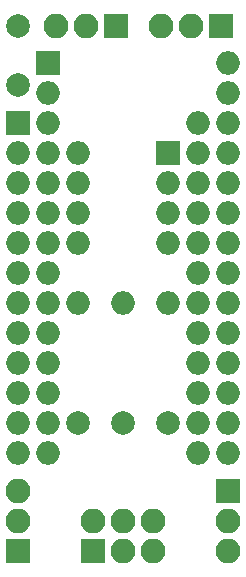
<source format=gts>
G04 #@! TF.FileFunction,Soldermask,Top*
%FSLAX46Y46*%
G04 Gerber Fmt 4.6, Leading zero omitted, Abs format (unit mm)*
G04 Created by KiCad (PCBNEW 4.0.7) date 06/17/19 21:45:38*
%MOMM*%
%LPD*%
G01*
G04 APERTURE LIST*
%ADD10C,0.100000*%
%ADD11R,2.100000X2.100000*%
%ADD12O,2.100000X2.100000*%
%ADD13C,2.000000*%
%ADD14O,2.000000X2.000000*%
%ADD15R,2.000000X2.000000*%
G04 APERTURE END LIST*
D10*
D11*
X78105000Y-65405000D03*
D12*
X75565000Y-65405000D03*
X73025000Y-65405000D03*
D11*
X86995000Y-65405000D03*
D12*
X84455000Y-65405000D03*
X81915000Y-65405000D03*
D13*
X74930000Y-99060000D03*
D14*
X74930000Y-88900000D03*
D13*
X78740000Y-99060000D03*
D14*
X78740000Y-88900000D03*
D13*
X69850000Y-65405000D03*
X69850000Y-70405000D03*
D11*
X76200000Y-109855000D03*
D12*
X76200000Y-107315000D03*
X78740000Y-109855000D03*
X78740000Y-107315000D03*
X81280000Y-109855000D03*
X81280000Y-107315000D03*
D13*
X82550000Y-99060000D03*
D14*
X82550000Y-88900000D03*
D15*
X82550000Y-76200000D03*
D14*
X74930000Y-83820000D03*
X82550000Y-78740000D03*
X74930000Y-81280000D03*
X82550000Y-81280000D03*
X74930000Y-78740000D03*
X82550000Y-83820000D03*
X74930000Y-76200000D03*
D15*
X69850000Y-73660000D03*
D14*
X85090000Y-101600000D03*
X69850000Y-76200000D03*
X85090000Y-99060000D03*
X69850000Y-78740000D03*
X85090000Y-96520000D03*
X69850000Y-81280000D03*
X85090000Y-93980000D03*
X69850000Y-83820000D03*
X85090000Y-91440000D03*
X69850000Y-86360000D03*
X85090000Y-88900000D03*
X69850000Y-88900000D03*
X85090000Y-86360000D03*
X69850000Y-91440000D03*
X85090000Y-83820000D03*
X69850000Y-93980000D03*
X85090000Y-81280000D03*
X69850000Y-96520000D03*
X85090000Y-78740000D03*
X69850000Y-99060000D03*
X85090000Y-76200000D03*
X69850000Y-101600000D03*
X85090000Y-73660000D03*
D15*
X72390000Y-68580000D03*
D14*
X87630000Y-101600000D03*
X72390000Y-71120000D03*
X87630000Y-99060000D03*
X72390000Y-73660000D03*
X87630000Y-96520000D03*
X72390000Y-76200000D03*
X87630000Y-93980000D03*
X72390000Y-78740000D03*
X87630000Y-91440000D03*
X72390000Y-81280000D03*
X87630000Y-88900000D03*
X72390000Y-83820000D03*
X87630000Y-86360000D03*
X72390000Y-86360000D03*
X87630000Y-83820000D03*
X72390000Y-88900000D03*
X87630000Y-81280000D03*
X72390000Y-91440000D03*
X87630000Y-78740000D03*
X72390000Y-93980000D03*
X87630000Y-76200000D03*
X72390000Y-96520000D03*
X87630000Y-73660000D03*
X72390000Y-99060000D03*
X87630000Y-71120000D03*
X72390000Y-101600000D03*
X87630000Y-68580000D03*
D11*
X87630000Y-104775000D03*
D12*
X87630000Y-107315000D03*
X87630000Y-109855000D03*
D11*
X69850000Y-109855000D03*
D12*
X69850000Y-107315000D03*
X69850000Y-104775000D03*
M02*

</source>
